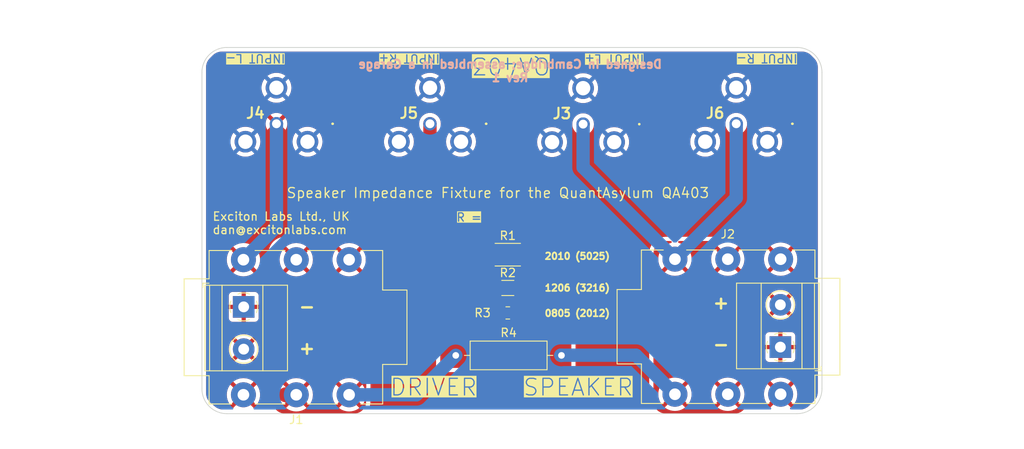
<source format=kicad_pcb>
(kicad_pcb (version 20221018) (generator pcbnew)
  (layers (0 "F.Cu" signal) (31 "B.Cu" signal) (34 "B.Paste" user) (35 "F.Paste" user) (36 "B.SilkS" user "B.Silkscreen") (37 "F.SilkS" user "F.Silkscreen") (38 "B.Mask" user) (39 "F.Mask" user) (44 "Edge.Cuts" user))
  (net 0 "")
  (net 1 "GNDA")
  (net 2 "/A")
  (net 3 "/B")
  (net 4 "/COM")
  (footprint "ProjectLibrary:52211232" (layer "F.Cu") (at 139.7 34.165)
    (fp_text reference "J6" (at -2.54 -1.27) (layer "F.SilkS") (effects (font (size 1.27 1.27) (thickness 0.254))))
    (fp_text value "Conn_Coaxial" hide)
    (fp_line (start 6.7 0) (end 6.7 0) (stroke (width 0.2)) (layer "F.SilkS"))
    (fp_line (start 6.7 0) (end 6.7 0) (stroke (width 0.2)) (layer "F.SilkS"))
    (fp_line (start 6.8 0) (end 6.8 0) (stroke (width 0.2)) (layer "F.SilkS"))
    (fp_arc (start 6.7 0) (mid 6.75 -0.05) (end 6.8 0) (stroke (width 0.2)) (layer "F.SilkS"))
    (fp_arc (start 6.8 0) (mid 6.75 0.05) (end 6.7 0) (stroke (width 0.2)) (layer "F.SilkS"))
    (fp_arc (start 6.8 0) (mid 6.75 0.05) (end 6.7 0) (stroke (width 0.2)) (layer "F.SilkS"))
    (pad "1" thru_hole circle (at 0 0) (size 1.605 1.605) (drill 1.07) (layers "*.Cu" "*.Mask") (net 3 "/B"))
    (pad "2" thru_hole circle (at 0 -4.32) (size 2.595 2.595) (drill 1.73) (layers "*.Cu" "*.Mask") (net 1 "GNDA"))
    (pad "3" thru_hole circle (at 3.73 2.16) (size 2.595 2.595) (drill 1.73) (layers "*.Cu" "*.Mask") (net 1 "GNDA"))
    (pad "4" thru_hole circle (at -3.73 2.16) (size 2.595 2.595) (drill 1.73) (layers "*.Cu" "*.Mask") (net 1 "GNDA"))
  )
  (footprint "ProjectLibrary:52211232" (layer "F.Cu") (at 121.300396 34.21)
    (fp_text reference "J3" (at -2.54 -1.27) (layer "F.SilkS") (effects (font (size 1.27 1.27) (thickness 0.254))))
    (fp_text value "Conn_Coaxial" hide)
    (fp_line (start 6.7 0) (end 6.7 0) (stroke (width 0.2)) (layer "F.SilkS"))
    (fp_line (start 6.7 0) (end 6.7 0) (stroke (width 0.2)) (layer "F.SilkS"))
    (fp_line (start 6.8 0) (end 6.8 0) (stroke (width 0.2)) (layer "F.SilkS"))
    (fp_arc (start 6.7 0) (mid 6.75 -0.05) (end 6.8 0) (stroke (width 0.2)) (layer "F.SilkS"))
    (fp_arc (start 6.8 0) (mid 6.75 0.05) (end 6.7 0) (stroke (width 0.2)) (layer "F.SilkS"))
    (fp_arc (start 6.8 0) (mid 6.75 0.05) (end 6.7 0) (stroke (width 0.2)) (layer "F.SilkS"))
    (pad "1" thru_hole circle (at 0 0) (size 1.605 1.605) (drill 1.07) (layers "*.Cu" "*.Mask") (net 3 "/B"))
    (pad "2" thru_hole circle (at 0 -4.32) (size 2.595 2.595) (drill 1.73) (layers "*.Cu" "*.Mask") (net 1 "GNDA"))
    (pad "3" thru_hole circle (at 3.73 2.16) (size 2.595 2.595) (drill 1.73) (layers "*.Cu" "*.Mask") (net 1 "GNDA"))
    (pad "4" thru_hole circle (at -3.73 2.16) (size 2.595 2.595) (drill 1.73) (layers "*.Cu" "*.Mask") (net 1 "GNDA"))
  )
  (footprint "ProjectLibrary:52211232" (layer "F.Cu") (at 102.900793 34.165)
    (fp_text reference "J5" (at -2.54 -1.27) (layer "F.SilkS") (effects (font (size 1.27 1.27) (thickness 0.254))))
    (fp_text value "Conn_Coaxial" hide)
    (fp_line (start 6.7 0) (end 6.7 0) (stroke (width 0.2)) (layer "F.SilkS"))
    (fp_line (start 6.7 0) (end 6.7 0) (stroke (width 0.2)) (layer "F.SilkS"))
    (fp_line (start 6.8 0) (end 6.8 0) (stroke (width 0.2)) (layer "F.SilkS"))
    (fp_arc (start 6.7 0) (mid 6.75 -0.05) (end 6.8 0) (stroke (width 0.2)) (layer "F.SilkS"))
    (fp_arc (start 6.8 0) (mid 6.75 0.05) (end 6.7 0) (stroke (width 0.2)) (layer "F.SilkS"))
    (fp_arc (start 6.8 0) (mid 6.75 0.05) (end 6.7 0) (stroke (width 0.2)) (layer "F.SilkS"))
    (pad "1" thru_hole circle (at 0 0) (size 1.605 1.605) (drill 1.07) (layers "*.Cu" "*.Mask") (net 2 "/A"))
    (pad "2" thru_hole circle (at 0 -4.32) (size 2.595 2.595) (drill 1.73) (layers "*.Cu" "*.Mask") (net 1 "GNDA"))
    (pad "3" thru_hole circle (at 3.73 2.16) (size 2.595 2.595) (drill 1.73) (layers "*.Cu" "*.Mask") (net 1 "GNDA"))
    (pad "4" thru_hole circle (at -3.73 2.16) (size 2.595 2.595) (drill 1.73) (layers "*.Cu" "*.Mask") (net 1 "GNDA"))
  )
  (footprint "Resistor_SMD:R_0805_2012Metric_Pad1.20x1.40mm_HandSolder" (layer "F.Cu") (at 112.252 56.896)
    (fp_text reference "R3" (at -3.032 0) (layer "F.SilkS"))
    (fp_text value "DNP")
    (fp_line (start -0.227064 -0.735) (end 0.227064 -0.735) (stroke (width 0.12)) (layer "F.SilkS"))
    (fp_line (start -0.227064 0.735) (end 0.227064 0.735) (stroke (width 0.12)) (layer "F.SilkS"))
    (pad "1" smd roundrect (at -1 0) (size 1.2 1.4) (layers "F.Cu" "F.Paste" "F.Mask") (roundrect_rratio 0.2083333333) (net 2 "/A"))
    (pad "2" smd roundrect (at 1 0) (size 1.2 1.4) (layers "F.Cu" "F.Paste" "F.Mask") (roundrect_rratio 0.2083333333) (net 3 "/B"))
  )
  (footprint "Resistor_SMD:R_2010_5025Metric_Pad1.40x2.65mm_HandSolder" (layer "F.Cu") (at 112.252 49.896)
    (fp_text reference "R1" (at 0 -2.28) (layer "F.SilkS"))
    (fp_text value "DNP")
    (fp_line (start -1.527064 -1.36) (end 1.527064 -1.36) (stroke (width 0.12)) (layer "F.SilkS"))
    (fp_line (start -1.527064 1.36) (end 1.527064 1.36) (stroke (width 0.12)) (layer "F.SilkS"))
    (pad "1" smd roundrect (at -2.4 0) (size 1.4 2.65) (layers "F.Cu" "F.Paste" "F.Mask") (roundrect_rratio 0.1785707143) (net 2 "/A"))
    (pad "2" smd roundrect (at 2.4 0) (size 1.4 2.65) (layers "F.Cu" "F.Paste" "F.Mask") (roundrect_rratio 0.1785707143) (net 3 "/B"))
  )
  (footprint "ProjectLibrary:Dual_Jack_6.35mm_Neutrik_NMJ6HCD2_Horizontal_TerminalBlock_Phoenix_MKDS-1,5-2-5.08_1x02_P5.08mm_Horizontal" (layer "F.Cu") (at 93.185 66.73 180)
    (fp_text reference "J1" (at 6.35 -3 180) (layer "F.SilkS"))
    (fp_text value "NMJ6HCD2_WITH_SCREW_TERM")
    (fp_line (start -6.95 3.645) (end -4.03 3.645) (stroke (width 0.12)) (layer "F.SilkS"))
    (fp_line (start -6.95 12.545) (end -6.95 3.645) (stroke (width 0.12)) (layer "F.SilkS"))
    (fp_line (start -6.95 12.585) (end -4.03 12.585) (stroke (width 0.12)) (layer "F.SilkS"))
    (fp_line (start -4.03 -1.105) (end -1.4 -1.105) (stroke (width 0.12)) (layer "F.SilkS"))
    (fp_line (start -4.03 3.645) (end -4.03 -1.105) (stroke (width 0.12)) (layer "F.SilkS"))
    (fp_line (start -4.03 17.335) (end -4.03 12.585) (stroke (width 0.12)) (layer "F.SilkS"))
    (fp_line (start -1.4 17.335) (end -4.03 17.335) (stroke (width 0.12)) (layer "F.SilkS"))
    (fp_line (start 1.4 -1.105) (end 5 -1.105) (stroke (width 0.12)) (layer "F.SilkS"))
    (fp_line (start 5 17.335) (end 1.4 17.335) (stroke (width 0.12)) (layer "F.SilkS"))
    (fp_line (start 7.405 2.882) (end 17.326 2.882) (stroke (width 0.12)) (layer "F.SilkS"))
    (fp_line (start 7.405 13.162) (end 7.405 2.882) (stroke (width 0.12)) (layer "F.SilkS"))
    (fp_line (start 7.405 13.162) (end 17.326 13.162) (stroke (width 0.12)) (layer "F.SilkS"))
    (fp_line (start 7.7 -1.105) (end 11.3 -1.105) (stroke (width 0.12)) (layer "F.SilkS"))
    (fp_line (start 10.365 13.162) (end 10.365 2.882) (stroke (width 0.12)) (layer "F.SilkS"))
    (fp_line (start 11.3 17.335) (end 7.7 17.335) (stroke (width 0.12)) (layer "F.SilkS"))
    (fp_line (start 11.391 4.412) (end 11.427 4.447) (stroke (width 0.12)) (layer "F.SilkS"))
    (fp_line (start 11.597 4.207) (end 11.643 4.254) (stroke (width 0.12)) (layer "F.SilkS"))
    (fp_line (start 13.689 6.709) (end 13.735 6.756) (stroke (width 0.12)) (layer "F.SilkS"))
    (fp_line (start 13.905 6.516) (end 13.94 6.551) (stroke (width 0.12)) (layer "F.SilkS"))
    (fp_line (start 15.266 13.162) (end 15.266 2.882) (stroke (width 0.12)) (layer "F.SilkS"))
    (fp_line (start 16.766 13.162) (end 16.766 2.882) (stroke (width 0.12)) (layer "F.SilkS"))
    (fp_line (start 16.82 -1.105) (end 14.1 -1.105) (stroke (width 0.12)) (layer "F.SilkS"))
    (fp_line (start 16.82 2.295) (end 16.82 -1.105) (stroke (width 0.12)) (layer "F.SilkS"))
    (fp_line (start 16.82 2.295) (end 19.82 2.295) (stroke (width 0.12)) (layer "F.SilkS"))
    (fp_line (start 16.82 13.935) (end 19.82 13.935) (stroke (width 0.12)) (layer "F.SilkS"))
    (fp_line (start 16.82 17.335) (end 14.1 17.335) (stroke (width 0.12)) (layer "F.SilkS"))
    (fp_line (start 16.82 17.335) (end 16.82 13.935) (stroke (width 0.12)) (layer "F.SilkS"))
    (fp_line (start 16.826 13.402) (end 17.566 13.402) (stroke (width 0.12)) (layer "F.SilkS"))
    (fp_line (start 17.326 13.162) (end 17.326 2.882) (stroke (width 0.12)) (layer "F.SilkS"))
    (fp_line (start 17.566 13.402) (end 17.566 12.902) (stroke (width 0.12)) (layer "F.SilkS"))
    (fp_line (start 19.82 13.935) (end 19.82 2.295) (stroke (width 0.12)) (layer "F.SilkS"))
    (fp_arc (start 11.130573 11.245042) (mid 10.985499 10.561476) (end 11.131 9.878) (stroke (width 0.12)) (layer "F.SilkS"))
    (fp_arc (start 11.982958 9.026573) (mid 12.666524 8.881499) (end 13.35 9.027) (stroke (width 0.12)) (layer "F.SilkS"))
    (fp_arc (start 13.349042 12.097427) (mid 12.665476 12.242501) (end 11.982 12.097) (stroke (width 0.12)) (layer "F.SilkS"))
    (fp_arc (start 14.200756 9.878682) (mid 14.309288 10.212708) (end 14.346 10.562) (stroke (width 0.12)) (layer "F.SilkS"))
    (fp_arc (start 14.346253 10.533195) (mid 14.312659 10.897551) (end 14.201 11.246) (stroke (width 0.12)) (layer "F.SilkS"))
    (fp_circle (center 12.666 5.482) (end 12.666 3.802) (stroke (width 0.12)) (fill none) (layer "F.SilkS"))
    (pad "R" thru_hole circle (at 6.35 0 180) (size 3 3) (drill 1.4) (layers "*.Cu" "*.Mask") (net 2 "/A"))
    (pad "RN" thru_hole circle (at 6.35 16.23 180) (size 3 3) (drill 1.4) (layers "*.Cu" "*.Mask") (net 2 "/A"))
    (pad "S" thru_hole circle (at 12.7 0 180) (size 3 3) (drill 1.4) (layers "*.Cu" "*.Mask") (net 4 "/COM"))
    (pad "S2" thru_hole rect (at 12.666 10.562 270) (size 2.6 2.6) (drill 1.3) (layers "*.Cu" "*.Mask") (net 4 "/COM"))
    (pad "SN" thru_hole circle (at 12.7 16.23 180) (size 3 3) (drill 1.4) (layers "*.Cu" "*.Mask") (net 4 "/COM"))
    (pad "T" thru_hole circle (at 0 0 180) (size 3 3) (drill 1.4) (layers "*.Cu" "*.Mask") (net 2 "/A"))
    (pad "T2" thru_hole circle (at 12.666 5.482) (size 2.6 2.6) (drill 1.3) (layers "*.Cu" "*.Mask") (net 2 "/A"))
    (pad "TN" thru_hole circle (at 0 16.23 180) (size 3 3) (drill 1.4) (layers "*.Cu" "*.Mask") (net 2 "/A"))
  )
  (footprint "Resistor_THT:R_Axial_DIN0309_L9.0mm_D3.2mm_P12.70mm_Horizontal" (layer "F.Cu") (at 106 62)
    (fp_text reference "R4" (at 6.35 -2.72) (layer "F.SilkS"))
    (fp_text value "DNP")
    (fp_line (start 1.04 0) (end 1.73 0) (stroke (width 0.12)) (layer "F.SilkS"))
    (fp_line (start 1.73 -1.72) (end 1.73 1.72) (stroke (width 0.12)) (layer "F.SilkS"))
    (fp_line (start 1.73 1.72) (end 10.97 1.72) (stroke (width 0.12)) (layer "F.SilkS"))
    (fp_line (start 10.97 -1.72) (end 1.73 -1.72) (stroke (width 0.12)) (layer "F.SilkS"))
    (fp_line (start 10.97 1.72) (end 10.97 -1.72) (stroke (width 0.12)) (layer "F.SilkS"))
    (fp_line (start 11.66 0) (end 10.97 0) (stroke (width 0.12)) (layer "F.SilkS"))
    (pad "1" thru_hole circle (at 0 0) (size 1.6 1.6) (drill 0.8) (layers "*.Cu" "*.Mask") (net 2 "/A"))
    (pad "2" thru_hole oval (at 12.7 0) (size 1.6 1.6) (drill 0.8) (layers "*.Cu" "*.Mask") (net 3 "/B"))
  )
  (footprint "ProjectLibrary:Dual_Jack_6.35mm_Neutrik_NMJ6HCD2_Horizontal_TerminalBlock_Phoenix_MKDS-1,5-2-5.08_1x02_P5.08mm_Horizontal" (layer "F.Cu") (at 132.334 50.438)
    (fp_text reference "J2" (at 6.35 -3) (layer "F.SilkS"))
    (fp_text value "NMJ6HCD2_WITH_SCREW_TERM")
    (fp_line (start -6.95 3.645) (end -4.03 3.645) (stroke (width 0.12)) (layer "F.SilkS"))
    (fp_line (start -6.95 12.545) (end -6.95 3.645) (stroke (width 0.12)) (layer "F.SilkS"))
    (fp_line (start -6.95 12.585) (end -4.03 12.585) (stroke (width 0.12)) (layer "F.SilkS"))
    (fp_line (start -4.03 -1.105) (end -1.4 -1.105) (stroke (width 0.12)) (layer "F.SilkS"))
    (fp_line (start -4.03 3.645) (end -4.03 -1.105) (stroke (width 0.12)) (layer "F.SilkS"))
    (fp_line (start -4.03 17.335) (end -4.03 12.585) (stroke (width 0.12)) (layer "F.SilkS"))
    (fp_line (start -1.4 17.335) (end -4.03 17.335) (stroke (width 0.12)) (layer "F.SilkS"))
    (fp_line (start 1.4 -1.105) (end 5 -1.105) (stroke (width 0.12)) (layer "F.SilkS"))
    (fp_line (start 5 17.335) (end 1.4 17.335) (stroke (width 0.12)) (layer "F.SilkS"))
    (fp_line (start 7.405 2.882) (end 17.326 2.882) (stroke (width 0.12)) (layer "F.SilkS"))
    (fp_line (start 7.405 13.162) (end 7.405 2.882) (stroke (width 0.12)) (layer "F.SilkS"))
    (fp_line (start 7.405 13.162) (end 17.326 13.162) (stroke (width 0.12)) (layer "F.SilkS"))
    (fp_line (start 7.7 -1.105) (end 11.3 -1.105) (stroke (width 0.12)) (layer "F.SilkS"))
    (fp_line (start 10.365 13.162) (end 10.365 2.882) (stroke (width 0.12)) (layer "F.SilkS"))
    (fp_line (start 11.3 17.335) (end 7.7 17.335) (stroke (width 0.12)) (layer "F.SilkS"))
    (fp_line (start 11.391 4.412) (end 11.427 4.447) (stroke (width 0.12)) (layer "F.SilkS"))
    (fp_line (start 11.597 4.207) (end 11.643 4.254) (stroke (width 0.12)) (layer "F.SilkS"))
    (fp_line (start 13.689 6.709) (end 13.735 6.756) (stroke (width 0.12)) (layer "F.SilkS"))
    (fp_line (start 13.905 6.516) (end 13.94 6.551) (stroke (width 0.12)) (layer "F.SilkS"))
    (fp_line (start 15.266 13.162) (end 15.266 2.882) (stroke (width 0.12)) (layer "F.SilkS"))
    (fp_line (start 16.766 13.162) (end 16.766 2.882) (stroke (width 0.12)) (layer "F.SilkS"))
    (fp_line (start 16.82 -1.105) (end 14.1 -1.105) (stroke (width 0.12)) (layer "F.SilkS"))
    (fp_line (start 16.82 2.295) (end 16.82 -1.105) (stroke (width 0.12)) (layer "F.SilkS"))
    (fp_line (start 16.82 2.295) (end 19.82 2.295) (stroke (width 0.12)) (layer "F.SilkS"))
    (fp_line (start 16.82 13.935) (end 19.82 13.935) (stroke (width 0.12)) (layer "F.SilkS"))
    (fp_line (start 16.82 17.335) (end 14.1 17.335) (stroke (width 0.12)) (layer "F.SilkS"))
    (fp_line (start 16.82 17.335) (end 16.82 13.935) (stroke (width 0.12)) (layer "F.SilkS"))
    (fp_line (start 16.826 13.402) (end 17.566 13.402) (stroke (width 0.12)) (layer "F.SilkS"))
    (fp_line (start 17.326 13.162) (end 17.326 2.882) (stroke (width 0.12)) (layer "F.SilkS"))
    (fp_line (start 17.566 13.402) (end 17.566 12.902) (stroke (width 0.12)) (layer "F.SilkS"))
    (fp_line (start 19.82 13.935) (end 19.82 2.295) (stroke (width 0.12)) (layer "F.SilkS"))
    (fp_arc (start 11.130573 11.245042) (mid 10.985499 10.561476) (end 11.131 9.878) (stroke (width 0.12)) (layer "F.SilkS"))
    (fp_arc (start 11.982958 9.026573) (mid 12.666524 8.881499) (end 13.35 9.027) (stroke (width 0.12)) (layer "F.SilkS"))
    (fp_arc (start 13.349042 12.097427) (mid 12.665476 12.242501) (end 11.982 12.097) (stroke (width 0.12)) (layer "F.SilkS"))
    (fp_arc (start 14.200756 9.878682) (mid 14.309288 10.212708) (end 14.346 10.562) (stroke (width 0.12)) (layer "F.SilkS"))
    (fp_arc (start 14.346253 10.533195) (mid 14.312659 10.897551) (end 14.201 11.246) (stroke (width 0.12)) (layer "F.SilkS"))
    (fp_circle (center 12.666 5.482) (end 12.666 3.802) (stroke (width 0.12)) (fill none) (layer "F.SilkS"))
    (pad "R" thru_hole circle (at 6.35 0) (size 3 3) (drill 1.4) (layers "*.Cu" "*.Mask") (net 3 "/B"))
    (pad "RN" thru_hole circle (at 6.35 16.23) (size 3 3) (drill 1.4) (layers "*.Cu" "*.Mask") (net 3 "/B"))
    (pad "S" thru_hole circle (at 12.7 0) (size 3 3) (drill 1.4) (layers "*.Cu" "*.Mask") (net 4 "/COM"))
    (pad "S2" thru_hole rect (at 12.666 10.562 90) (size 2.6 2.6) (drill 1.3) (layers "*.Cu" "*.Mask") (net 4 "/COM"))
    (pad "SN" thru_hole circle (at 12.7 16.23) (size 3 3) (drill 1.4) (layers "*.Cu" "*.Mask") (net 4 "/COM"))
    (pad "T" thru_hole circle (at 0 0) (size 3 3) (drill 1.4) (layers "*.Cu" "*.Mask") (net 3 "/B"))
    (pad "T2" thru_hole circle (at 12.666 5.482 180) (size 2.6 2.6) (drill 1.3) (layers "*.Cu" "*.Mask") (net 3 "/B"))
    (pad "TN" thru_hole circle (at 0 16.23) (size 3 3) (drill 1.4) (layers "*.Cu" "*.Mask") (net 3 "/B"))
  )
  (footprint "ProjectLibrary:52211232" (layer "F.Cu") (at 84.455 34.165)
    (fp_text reference "J4" (at -2.54 -1.27) (layer "F.SilkS") (effects (font (size 1.27 1.27) (thickness 0.254))))
    (fp_text value "Conn_Coaxial" hide)
    (fp_line (start 6.7 0) (end 6.7 0) (stroke (width 0.2)) (layer "F.SilkS"))
    (fp_line (start 6.7 0) (end 6.7 0) (stroke (width 0.2)) (layer "F.SilkS"))
    (fp_line (start 6.8 0) (end 6.8 0) (stroke (width 0.2)) (layer "F.SilkS"))
    (fp_arc (start 6.7 0) (mid 6.75 -0.05) (end 6.8 0) (stroke (width 0.2)) (layer "F.SilkS"))
    (fp_arc (start 6.8 0) (mid 6.75 0.05) (end 6.7 0) (stroke (width 0.2)) (layer "F.SilkS"))
    (fp_arc (start 6.8 0) (mid 6.75 0.05) (end 6.7 0) (stroke (width 0.2)) (layer "F.SilkS"))
    (pad "1" thru_hole circle (at 0 0) (size 1.605 1.605) (drill 1.07) (layers "*.Cu" "*.Mask") (net 4 "/COM"))
    (pad "2" thru_hole circle (at 0 -4.32) (size 2.595 2.595) (drill 1.73) (layers "*.Cu" "*.Mask") (net 1 "GNDA"))
    (pad "3" thru_hole circle (at 3.73 2.16) (size 2.595 2.595) (drill 1.73) (layers "*.Cu" "*.Mask") (net 1 "GNDA"))
    (pad "4" thru_hole circle (at -3.73 2.16) (size 2.595 2.595) (drill 1.73) (layers "*.Cu" "*.Mask") (net 1 "GNDA"))
  )
  (footprint "Resistor_SMD:R_1206_3216Metric_Pad1.30x1.75mm_HandSolder" (layer "F.Cu") (at 112.252 53.896)
    (fp_text reference "R2" (at 0 -1.82) (layer "F.SilkS"))
    (fp_text value "DNP")
    (fp_line (start -0.727064 -0.91) (end 0.727064 -0.91) (stroke (width 0.12)) (layer "F.SilkS"))
    (fp_line (start -0.727064 0.91) (end 0.727064 0.91) (stroke (width 0.12)) (layer "F.SilkS"))
    (pad "1" smd roundrect (at -1.55 0) (size 1.3 1.75) (layers "F.Cu" "F.Paste" "F.Mask") (roundrect_rratio 0.1923076923) (net 2 "/A"))
    (pad "2" smd roundrect (at 1.55 0) (size 1.3 1.75) (layers "F.Cu" "F.Paste" "F.Mask") (roundrect_rratio 0.1923076923) (net 3 "/B"))
  )
  (gr_arc (start 75.5 28) (mid 76.37868 25.87868) (end 78.5 25) (stroke (width 0.1)) (layer "Edge.Cuts"))
  (gr_arc (start 147 25) (mid 149.12132 25.87868) (end 150 28) (stroke (width 0.1)) (layer "Edge.Cuts"))
  (gr_line (start 75.5 66) (end 75.5 28) (stroke (width 0.1)) (layer "Edge.Cuts"))
  (gr_line (start 78.5 25) (end 147 25) (stroke (width 0.1)) (layer "Edge.Cuts"))
  (gr_line (start 150 28) (end 150 66) (stroke (width 0.1)) (layer "Edge.Cuts"))
  (gr_line (start 147 69) (end 78.5 69) (stroke (width 0.1)) (layer "Edge.Cuts"))
  (gr_arc (start 78.5 69) (mid 76.37868 68.12132) (end 75.5 66) (stroke (width 0.1)) (layer "Edge.Cuts"))
  (gr_arc (start 150 66) (mid 149.12132 68.12132) (end 147 69) (stroke (width 0.1)) (layer "Edge.Cuts"))
  (gr_text "Designed in Cambridge; assembled in a Garage\nRev 1" (at 112.522 29.21) (layer "B.SilkS") (effects (font (size 1 1) (thickness 0.25) bold) (justify bottom mirror)))
  (gr_text "QA403" (at 117.475 26.035 180) (layer "F.SilkS" knockout) (effects (font (size 2 2)) (justify left bottom)))
  (gr_text "0805 (2012)" (at 116.586 57.404) (layer "F.SilkS") (effects (font (size 0.8 0.8) (thickness 0.2) bold) (justify left bottom)))
  (gr_text "DRIVER" (at 98 67) (layer "F.SilkS" knockout) (effects (font (size 2 2)) (justify left bottom)))
  (gr_text "R =           \n" (at 106 46) (layer "F.SilkS" knockout) (effects (font (size 1 1)) (justify left bottom)))
  (gr_text "SPEAKER" (at 114 67) (layer "F.SilkS" knockout) (effects (font (size 2 2)) (justify left bottom)))
  (gr_text "Speaker Impedance Fixture for the QuantAsylum QA403" (at 85.598 43.18) (layer "F.SilkS") (effects (font (size 1.2 1.2)) (justify left bottom)))
  (gr_text "+" (at 139 55 180) (layer "F.SilkS") (effects (font (size 1.5 1.5) (thickness 0.3) bold) (justify left bottom)))
  (gr_text "INPUT R+" (at 104.170793 25.75 180) (layer "F.SilkS" knockout) (effects (font (size 1 1)) (justify left bottom)))
  (gr_text "INPUT L+" (at 128.713192 25.765324 180) (layer "F.SilkS" knockout) (effects (font (size 1 1)) (justify left bottom)))
  (gr_text "+" (at 87 62) (layer "F.SilkS") (effects (font (size 1.5 1.5) (thickness 0.3) bold) (justify left bottom)))
  (gr_text "1206 (3216)" (at 116.586 54.356) (layer "F.SilkS") (effects (font (size 0.8 0.8) (thickness 0.2) bold) (justify left bottom)))
  (gr_text "INPUT L-" (at 85.596617 25.735022 180) (layer "F.SilkS" knockout) (effects (font (size 1 1)) (justify left bottom)))
  (gr_text "2010 (5025)" (at 116.586 50.546) (layer "F.SilkS") (effects (font (size 0.8 0.8) (thickness 0.2) bold) (justify left bottom)))
  (gr_text "INPUT R-" (at 147.153969 25.728675 180) (layer "F.SilkS" knockout) (effects (font (size 1 1)) (justify left bottom)))
  (gr_text "-" (at 139 60 180) (layer "F.SilkS") (effects (font (size 1.5 1.5) (thickness 0.3) bold) (justify left bottom)))
  (gr_text "Exciton Labs Ltd., UK\ndan@excitonlabs.com" (at 76.708 47.498) (layer "F.SilkS") (effects (font (size 1 1)) (justify left bottom)))
  (gr_text "-" (at 87 57) (layer "F.SilkS") (effects (font (size 1.5 1.5) (thickness 0.3) bold) (justify left bottom)))
  (segment (start 113.954999 45.72) (end 114.04 45.805001) (width 0.25) (layer "B.Cu") (net 1))
  (segment (start 92.75 66.73) (end 92.75 66.75) (width 1.6) (layer "F.Cu") (net 2))
  (segment (start 92.75 66.75) (end 93 67) (width 1.6) (layer "F.Cu") (net 2))
  (segment (start 102.900793 42.944793) (end 109.852 49.896) (width 1.6) (layer "F.Cu") (net 2))
  (segment (start 86.4 50.5) (end 86.835 50.5) (width 0.5) (layer "F.Cu") (net 2))
  (segment (start 86.4 66.73) (end 85.566 66.73) (width 1.8) (layer "F.Cu") (net 2))
  (segment (start 102.900793 34.165) (end 102.900793 42.944793) (width 1.6) (layer "F.Cu") (net 2))
  (segment (start 101.27 66.73) (end 106 62) (width 1.6) (layer "B.Cu") (net 2))
  (segment (start 93.185 66.73) (end 101.27 66.73) (width 1.6) (layer "B.Cu") (net 2))
  (segment (start 132.334 50.438) (end 121.300396 39.404396) (width 1.6) (layer "B.Cu") (net 3))
  (segment (start 118.642 62) (end 118.618 61.976) (width 1.6) (layer "B.Cu") (net 3))
  (segment (start 118.7 62) (end 118.642 62) (width 1.6) (layer "B.Cu") (net 3))
  (segment (start 132.334 50.438) (end 139.7 43.072) (width 1.6) (layer "B.Cu") (net 3))
  (segment (start 139.7 43.072) (end 139.7 34.165) (width 1.6) (layer "B.Cu") (net 3))
  (segment (start 118.618 61.976) (end 127.642 61.976) (width 1.6) (layer "B.Cu") (net 3))
  (segment (start 127.642 61.976) (end 132.334 66.668) (width 1.6) (layer "B.Cu") (net 3))
  (segment (start 121.300396 39.404396) (end 121.300396 34.21) (width 1.6) (layer "B.Cu") (net 3))
  (segment (start 84.455 46.53) (end 84.455 34.165) (width 1.6) (layer "B.Cu") (net 4))
  (segment (start 80.485 50.5) (end 84.455 46.53) (width 1.6) (layer "B.Cu") (net 4))
  (zone (net 4) (net_name "/COM") (layer "F.Cu") (priority 1) (connect_pads (clearance 0.5)) (min_thickness 0.25) (fill yes (thermal_gap 0.5) (thermal_bridge_width 0.5) (smoothing fillet) (radius 1.5))
    (polygon (pts (xy 76 67.25) (xy 76 26.75) (xy 77.25 25.5) (xy 94.375 25.5) (xy 112.75 25.5) (xy 131.125 25.5) (xy 148.25 25.5) (xy 149.5 26.75) (xy 149.5 47.625) (xy 149.5 67) (xy 148 68.5) (xy 77.5 68.5)))
  )
  (zone (net 3) (net_name "/B") (layer "F.Cu") (priority 2) (connect_pads (clearance 0.5)) (min_thickness 0.25) (fill yes (thermal_gap 0.5) (thermal_bridge_width 0.5) (smoothing fillet) (radius 1.5))
    (polygon (pts (xy 129.75 69) (xy 129.75 48.25) (xy 141 48.25) (xy 141 53.75) (xy 147.5 53.75) (xy 147.5 58.25) (xy 141 58.25) (xy 141 69)))
  )
  (zone (net 2) (net_name "/A") (layer "F.Cu") (priority 2) (connect_pads yes (clearance 0)) (min_thickness 0.25) (fill yes (thermal_gap 0.5) (thermal_bridge_width 0.5))
    (polygon (pts (xy 108.458 47.752) (xy 111.76 47.752) (xy 111.76 63.5) (xy 104.14 63.5) (xy 104.14 60.198) (xy 108.458 60.198)))
  )
  (zone (net 2) (net_name "/A") (layer "F.Cu") (name "A") (priority 2) (connect_pads (clearance 0.3)) (min_thickness 0.25) (fill yes (thermal_gap 0.5) (thermal_bridge_width 0.5) (smoothing fillet) (radius 1.5))
    (polygon (pts (xy 95.25 48.25) (xy 95.25 69) (xy 84 69) (xy 84 63.5) (xy 77.5 63.5) (xy 77.5 59) (xy 84 59) (xy 84 48.25)))
  )
  (zone (net 3) (net_name "/B") (layer "F.Cu") (priority 2) (connect_pads yes (clearance 0)) (min_thickness 0.25) (fill yes (thermal_gap 0.5) (thermal_bridge_width 0.5))
    (polygon (pts (xy 112.522 47.752) (xy 115.824 47.752) (xy 115.824 60.198) (xy 119.888 60.198) (xy 119.888 63.5) (xy 112.522 63.5)))
  )
  (zone (net 1) (net_name "GNDA") (layer "B.Cu") (priority 1) (connect_pads (clearance 0.5)) (min_thickness 0.25) (fill yes (thermal_gap 0.5) (thermal_bridge_width 0.5) (smoothing fillet) (radius 1.5))
    (polygon (pts (xy 76 26.75) (xy 77.25 25.5) (xy 148.25 25.5) (xy 149.5 26.75) (xy 149.5 67) (xy 148 68.5) (xy 77.5 68.5) (xy 76 67.25)))
  )
)
</source>
